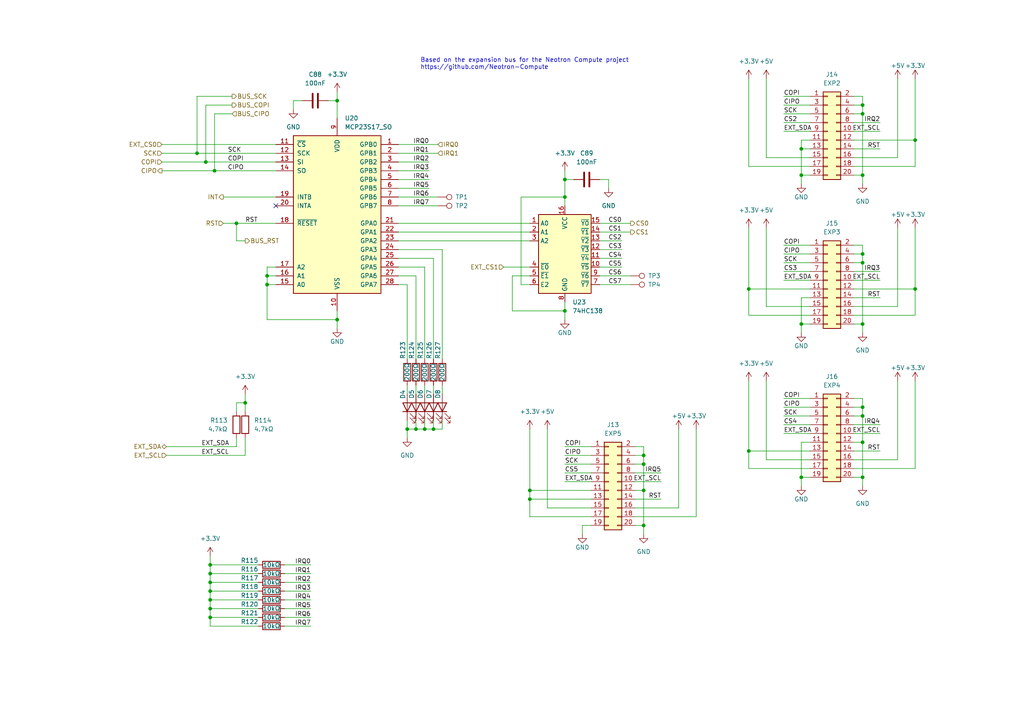
<source format=kicad_sch>
(kicad_sch (version 20230121) (generator eeschema)
  (paper "A4")
  (lib_symbols
    (symbol "74xx:74HC138"
      (property "Reference" "U" (at -7.62 13.97 0))
      (property "Value" "74HC138" (at 2.54 -11.43 0))
      (symbol "74HC138_0_1"
        (rectangle (start -7.62 12.7) (end 7.62 -10.16) (stroke (width 0.254)) (fill (type background)))
      )
      (symbol "74HC138_1_1"
        (pin input line (at -10.16 10.16 0) (length 2.54) (name "A0") (number "1"))
        (pin output line (at 10.16 -2.54 180) (length 2.54) (name "~{Y5}") (number "10"))
        (pin output line (at 10.16 0 180) (length 2.54) (name "~{Y4}") (number "11"))
        (pin output line (at 10.16 2.54 180) (length 2.54) (name "~{Y3}") (number "12"))
        (pin output line (at 10.16 5.08 180) (length 2.54) (name "~{Y2}") (number "13"))
        (pin output line (at 10.16 7.62 180) (length 2.54) (name "~{Y1}") (number "14"))
        (pin output line (at 10.16 10.16 180) (length 2.54) (name "~{Y0}") (number "15"))
        (pin power_in line (at 0 15.24 270) (length 2.54) (name "VCC") (number "16"))
        (pin input line (at -10.16 7.62 0) (length 2.54) (name "A1") (number "2"))
        (pin input line (at -10.16 5.08 0) (length 2.54) (name "A2") (number "3"))
        (pin input line (at -10.16 -2.54 0) (length 2.54) (name "~{E0}") (number "4"))
        (pin input line (at -10.16 -5.08 0) (length 2.54) (name "~{E1}") (number "5"))
        (pin input line (at -10.16 -7.62 0) (length 2.54) (name "E2") (number "6"))
        (pin output line (at 10.16 -7.62 180) (length 2.54) (name "~{Y7}") (number "7"))
        (pin power_in line (at 0 -12.7 90) (length 2.54) (name "GND") (number "8"))
        (pin output line (at 10.16 -5.08 180) (length 2.54) (name "~{Y6}") (number "9"))
      )
    )
    (symbol "Connector:TestPoint" (pin_numbers hide) (pin_names (offset 0.762) hide)
      (property "Reference" "TP" (at 0 6.858 0))
      (property "Value" "TestPoint" (at 0 5.08 0))
      (symbol "TestPoint_0_1"
        (circle (center 0 3.302) (radius 0.762))
      )
      (symbol "TestPoint_1_1"
        (pin passive line (at 0 0 90) (length 2.54) (name "1") (number "1"))
      )
    )
    (symbol "Connector_Generic:Conn_02x10_Odd_Even" (pin_names (offset 1.016) hide)
      (property "Reference" "J" (at 1.27 12.7 0))
      (property "Value" "Conn_02x10_Odd_Even" (at 1.27 -15.24 0))
      (symbol "Conn_02x10_Odd_Even_1_1"
        (rectangle (start -1.27 -12.573) (end 0 -12.827) (stroke (width 0.1524)))
        (rectangle (start -1.27 -10.033) (end 0 -10.287) (stroke (width 0.1524)))
        (rectangle (start -1.27 -7.493) (end 0 -7.747) (stroke (width 0.1524)))
        (rectangle (start -1.27 -4.953) (end 0 -5.207) (stroke (width 0.1524)))
        (rectangle (start -1.27 -2.413) (end 0 -2.667) (stroke (width 0.1524)))
        (rectangle (start -1.27 0.127) (end 0 -0.127) (stroke (width 0.1524)))
        (rectangle (start -1.27 2.667) (end 0 2.413) (stroke (width 0.1524)))
        (rectangle (start -1.27 5.207) (end 0 4.953) (stroke (width 0.1524)))
        (rectangle (start -1.27 7.747) (end 0 7.493) (stroke (width 0.1524)))
        (rectangle (start -1.27 10.287) (end 0 10.033) (stroke (width 0.1524)))
        (rectangle (start -1.27 11.43) (end 3.81 -13.97) (stroke (width 0.254)) (fill (type background)))
        (rectangle (start 3.81 -12.573) (end 2.54 -12.827) (stroke (width 0.1524)))
        (rectangle (start 3.81 -10.033) (end 2.54 -10.287) (stroke (width 0.1524)))
        (rectangle (start 3.81 -7.493) (end 2.54 -7.747) (stroke (width 0.1524)))
        (rectangle (start 3.81 -4.953) (end 2.54 -5.207) (stroke (width 0.1524)))
        (rectangle (start 3.81 -2.413) (end 2.54 -2.667) (stroke (width 0.1524)))
        (rectangle (start 3.81 0.127) (end 2.54 -0.127) (stroke (width 0.1524)))
        (rectangle (start 3.81 2.667) (end 2.54 2.413) (stroke (width 0.1524)))
        (rectangle (start 3.81 5.207) (end 2.54 4.953) (stroke (width 0.1524)))
        (rectangle (start 3.81 7.747) (end 2.54 7.493) (stroke (width 0.1524)))
        (rectangle (start 3.81 10.287) (end 2.54 10.033) (stroke (width 0.1524)))
        (pin passive line (at -5.08 10.16 0) (length 3.81) (name "Pin_1") (number "1"))
        (pin passive line (at 7.62 0 180) (length 3.81) (name "Pin_10") (number "10"))
        (pin passive line (at -5.08 -2.54 0) (length 3.81) (name "Pin_11") (number "11"))
        (pin passive line (at 7.62 -2.54 180) (length 3.81) (name "Pin_12") (number "12"))
        (pin passive line (at -5.08 -5.08 0) (length 3.81) (name "Pin_13") (number "13"))
        (pin passive line (at 7.62 -5.08 180) (length 3.81) (name "Pin_14") (number "14"))
        (pin passive line (at -5.08 -7.62 0) (length 3.81) (name "Pin_15") (number "15"))
        (pin passive line (at 7.62 -7.62 180) (length 3.81) (name "Pin_16") (number "16"))
        (pin passive line (at -5.08 -10.16 0) (length 3.81) (name "Pin_17") (number "17"))
        (pin passive line (at 7.62 -10.16 180) (length 3.81) (name "Pin_18") (number "18"))
        (pin passive line (at -5.08 -12.7 0) (length 3.81) (name "Pin_19") (number "19"))
        (pin passive line (at 7.62 10.16 180) (length 3.81) (name "Pin_2") (number "2"))
        (pin passive line (at 7.62 -12.7 180) (length 3.81) (name "Pin_20") (number "20"))
        (pin passive line (at -5.08 7.62 0) (length 3.81) (name "Pin_3") (number "3"))
        (pin passive line (at 7.62 7.62 180) (length 3.81) (name "Pin_4") (number "4"))
        (pin passive line (at -5.08 5.08 0) (length 3.81) (name "Pin_5") (number "5"))
        (pin passive line (at 7.62 5.08 180) (length 3.81) (name "Pin_6") (number "6"))
        (pin passive line (at -5.08 2.54 0) (length 3.81) (name "Pin_7") (number "7"))
        (pin passive line (at 7.62 2.54 180) (length 3.81) (name "Pin_8") (number "8"))
        (pin passive line (at -5.08 0 0) (length 3.81) (name "Pin_9") (number "9"))
      )
    )
    (symbol "Device:C" (pin_numbers hide) (pin_names (offset 0.254))
      (property "Reference" "C" (at 0.635 2.54 0))
      (property "Value" "C" (at 0.635 -2.54 0))
      (symbol "C_0_1"
        (polyline (pts (xy -2.032 -0.762) (xy 2.032 -0.762)) (stroke (width 0.508)))
        (polyline (pts (xy -2.032 0.762) (xy 2.032 0.762)) (stroke (width 0.508)))
      )
      (symbol "C_1_1"
        (pin passive line (at 0 3.81 270) (length 2.794) (name "~") (number "1"))
        (pin passive line (at 0 -3.81 90) (length 2.794) (name "~") (number "2"))
      )
    )
    (symbol "Device:LED" (pin_numbers hide) (pin_names (offset 1.016) hide)
      (property "Reference" "D" (at 0 2.54 0))
      (property "Value" "LED" (at 0 -2.54 0))
      (symbol "LED_0_1"
        (polyline (pts (xy -1.27 -1.27) (xy -1.27 1.27)) (stroke (width 0.254)))
        (polyline (pts (xy -1.27 0) (xy 1.27 0)))
        (polyline (pts (xy 1.27 -1.27) (xy 1.27 1.27) (xy -1.27 0) (xy 1.27 -1.27)) (stroke (width 0.254)))
        (polyline (pts (xy -3.048 -0.762) (xy -4.572 -2.286) (xy -3.81 -2.286) (xy -4.572 -2.286) (xy -4.572 -1.524)))
        (polyline (pts (xy -1.778 -0.762) (xy -3.302 -2.286) (xy -2.54 -2.286) (xy -3.302 -2.286) (xy -3.302 -1.524)))
      )
      (symbol "LED_1_1"
        (pin passive line (at -3.81 0 0) (length 2.54) (name "K") (number "1"))
        (pin passive line (at 3.81 0 180) (length 2.54) (name "A") (number "2"))
      )
    )
    (symbol "Device:R" (pin_numbers hide) (pin_names (offset 0))
      (property "Reference" "R" (at 2.032 0 90))
      (property "Value" "R" (at 0 0 90))
      (symbol "R_0_1"
        (rectangle (start -1.016 -2.54) (end 1.016 2.54) (stroke (width 0.254)))
      )
      (symbol "R_1_1"
        (pin passive line (at 0 3.81 270) (length 1.27) (name "~") (number "1"))
        (pin passive line (at 0 -3.81 90) (length 1.27) (name "~") (number "2"))
      )
    )
    (symbol "Interface_Expansion:MCP23S17_SO" (pin_names (offset 1.016))
      (property "Reference" "U" (at -11.43 24.13 0))
      (property "Value" "MCP23S17_SO" (at 0 0 0))
      (symbol "MCP23S17_SO_0_1"
        (rectangle (start -12.7 22.86) (end 12.7 -22.86) (stroke (width 0.254)) (fill (type background)))
      )
      (symbol "MCP23S17_SO_1_1"
        (pin bidirectional line (at 17.78 20.32 180) (length 5.08) (name "GPB0") (number "1"))
        (pin power_in line (at 0 -27.94 90) (length 5.08) (name "VSS") (number "10"))
        (pin input line (at -17.78 20.32 0) (length 5.08) (name "~{CS}") (number "11"))
        (pin input line (at -17.78 17.78 0) (length 5.08) (name "SCK") (number "12"))
        (pin input line (at -17.78 15.24 0) (length 5.08) (name "SI") (number "13"))
        (pin output line (at -17.78 12.7 0) (length 5.08) (name "SO") (number "14"))
        (pin input line (at -17.78 -20.32 0) (length 5.08) (name "A0") (number "15"))
        (pin input line (at -17.78 -17.78 0) (length 5.08) (name "A1") (number "16"))
        (pin input line (at -17.78 -15.24 0) (length 5.08) (name "A2") (number "17"))
        (pin input line (at -17.78 -2.54 0) (length 5.08) (name "~{RESET}") (number "18"))
        (pin tri_state line (at -17.78 5.08 0) (length 5.08) (name "INTB") (number "19"))
        (pin bidirectional line (at 17.78 17.78 180) (length 5.08) (name "GPB1") (number "2"))
        (pin tri_state line (at -17.78 2.54 0) (length 5.08) (name "INTA") (number "20"))
        (pin bidirectional line (at 17.78 -2.54 180) (length 5.08) (name "GPA0") (number "21"))
        (pin bidirectional line (at 17.78 -5.08 180) (length 5.08) (name "GPA1") (number "22"))
        (pin bidirectional line (at 17.78 -7.62 180) (length 5.08) (name "GPA2") (number "23"))
        (pin bidirectional line (at 17.78 -10.16 180) (length 5.08) (name "GPA3") (number "24"))
        (pin bidirectional line (at 17.78 -12.7 180) (length 5.08) (name "GPA4") (number "25"))
        (pin bidirectional line (at 17.78 -15.24 180) (length 5.08) (name "GPA5") (number "26"))
        (pin bidirectional line (at 17.78 -17.78 180) (length 5.08) (name "GPA6") (number "27"))
        (pin bidirectional line (at 17.78 -20.32 180) (length 5.08) (name "GPA7") (number "28"))
        (pin bidirectional line (at 17.78 15.24 180) (length 5.08) (name "GPB2") (number "3"))
        (pin bidirectional line (at 17.78 12.7 180) (length 5.08) (name "GPB3") (number "4"))
        (pin bidirectional line (at 17.78 10.16 180) (length 5.08) (name "GPB4") (number "5"))
        (pin bidirectional line (at 17.78 7.62 180) (length 5.08) (name "GPB5") (number "6"))
        (pin bidirectional line (at 17.78 5.08 180) (length 5.08) (name "GPB6") (number "7"))
        (pin bidirectional line (at 17.78 2.54 180) (length 5.08) (name "GPB7") (number "8"))
        (pin power_in line (at 0 27.94 270) (length 5.08) (name "VDD") (number "9"))
      )
    )
    (symbol "power:+3.3V" (power) (pin_names (offset 0))
      (property "Value" "+3.3V" (at 0 3.556 0))
      (symbol "+3.3V_0_1"
        (polyline (pts (xy -0.762 1.27) (xy 0 2.54)))
        (polyline (pts (xy 0 0) (xy 0 2.54)))
        (polyline (pts (xy 0 2.54) (xy 0.762 1.27)))
      )
      (symbol "+3.3V_1_1"
        (pin power_in line (at 0 0 90) (length 0) hide (name "+3.3V") (number "1"))
      )
    )
    (symbol "power:+5V" (power) (pin_names (offset 0))
      (property "Value" "+5V" (at 0 3.556 0))
      (symbol "+5V_0_1"
        (polyline (pts (xy -0.762 1.27) (xy 0 2.54)))
        (polyline (pts (xy 0 0) (xy 0 2.54)))
        (polyline (pts (xy 0 2.54) (xy 0.762 1.27)))
      )
      (symbol "+5V_1_1"
        (pin power_in line (at 0 0 90) (length 0) hide (name "+5V") (number "1"))
      )
    )
    (symbol "power:GND" (power) (pin_names (offset 0))
      (property "Value" "GND" (at 0 -3.81 0))
      (symbol "GND_0_1"
        (polyline (pts (xy 0 0) (xy 0 -1.27) (xy 1.27 -1.27) (xy 0 -2.54) (xy -1.27 -1.27) (xy 0 -1.27)))
      )
      (symbol "GND_1_1"
        (pin power_in line (at 0 0 270) (length 0) hide (name "GND") (number "1"))
      )
    )
  )
  (junction (at 163.83 52.07))
  (junction (at 71.12 116.84))
  (junction (at 250.19 128.27))
  (junction (at 77.47 80.01))
  (junction (at 163.83 90.17))
  (junction (at 250.19 30.48))
  (junction (at 60.96 179.07))
  (junction (at 57.15 44.45))
  (junction (at 232.41 93.98))
  (junction (at 60.96 168.91))
  (junction (at 118.11 124.46))
  (junction (at 123.19 124.46))
  (junction (at 232.41 138.43))
  (junction (at 186.69 152.4))
  (junction (at 250.19 73.66))
  (junction (at 232.41 50.8))
  (junction (at 250.19 76.2))
  (junction (at 120.65 124.46))
  (junction (at 163.83 57.15))
  (junction (at 60.96 166.37))
  (junction (at 265.43 83.82))
  (junction (at 232.41 43.18))
  (junction (at 62.23 49.53))
  (junction (at 60.96 176.53))
  (junction (at 250.19 120.65))
  (junction (at 217.17 130.81))
  (junction (at 186.69 132.08))
  (junction (at 153.67 144.78))
  (junction (at 250.19 93.98))
  (junction (at 250.19 50.8))
  (junction (at 153.67 142.24))
  (junction (at 217.17 83.82))
  (junction (at 125.73 124.46))
  (junction (at 97.79 29.21))
  (junction (at 265.43 40.64))
  (junction (at 68.58 64.77))
  (junction (at 186.69 134.62))
  (junction (at 60.96 173.99))
  (junction (at 250.19 118.11))
  (junction (at 250.19 33.02))
  (junction (at 59.69 46.99))
  (junction (at 97.79 92.71))
  (junction (at 250.19 138.43))
  (junction (at 60.96 163.83))
  (junction (at 77.47 82.55))
  (junction (at 60.96 171.45))
  (junction (at 186.69 142.24))
  (no_connect (at 80.01 59.69))
  (wire (pts (xy 250.19 71.12) (xy 250.19 73.66)))
  (wire (pts (xy 247.65 128.27) (xy 250.19 128.27)))
  (wire (pts (xy 247.65 123.19) (xy 255.27 123.19)))
  (wire (pts (xy 247.65 73.66) (xy 250.19 73.66)))
  (wire (pts (xy 247.65 130.81) (xy 255.27 130.81)))
  (wire (pts (xy 115.57 52.07) (xy 124.46 52.07)))
  (wire (pts (xy 250.19 50.8) (xy 250.19 53.34)))
  (wire (pts (xy 115.57 67.31) (xy 153.67 67.31)))
  (wire (pts (xy 227.33 81.28) (xy 234.95 81.28)))
  (wire (pts (xy 265.43 66.04) (xy 265.43 83.82)))
  (wire (pts (xy 118.11 82.55) (xy 118.11 104.14)))
  (wire (pts (xy 260.35 22.86) (xy 260.35 45.72)))
  (wire (pts (xy 59.69 46.99) (xy 80.01 46.99)))
  (wire (pts (xy 115.57 74.93) (xy 125.73 74.93)))
  (wire (pts (xy 247.65 118.11) (xy 250.19 118.11)))
  (wire (pts (xy 97.79 92.71) (xy 97.79 95.25)))
  (wire (pts (xy 97.79 26.67) (xy 97.79 29.21)))
  (wire (pts (xy 184.15 147.32) (xy 196.85 147.32)))
  (wire (pts (xy 74.93 181.61) (xy 60.96 181.61)))
  (wire (pts (xy 163.83 52.07) (xy 166.37 52.07)))
  (wire (pts (xy 217.17 83.82) (xy 217.17 91.44)))
  (wire (pts (xy 48.26 129.54) (xy 68.58 129.54)))
  (wire (pts (xy 153.67 82.55) (xy 151.13 82.55)))
  (wire (pts (xy 125.73 121.92) (xy 125.73 124.46)))
  (wire (pts (xy 265.43 40.64) (xy 265.43 48.26)))
  (wire (pts (xy 250.19 73.66) (xy 250.19 76.2)))
  (wire (pts (xy 250.19 118.11) (xy 250.19 120.65)))
  (wire (pts (xy 57.15 27.94) (xy 57.15 44.45)))
  (wire (pts (xy 97.79 92.71) (xy 97.79 90.17)))
  (wire (pts (xy 68.58 64.77) (xy 80.01 64.77)))
  (wire (pts (xy 247.65 86.36) (xy 255.27 86.36)))
  (wire (pts (xy 217.17 91.44) (xy 234.95 91.44)))
  (wire (pts (xy 151.13 57.15) (xy 163.83 57.15)))
  (wire (pts (xy 115.57 64.77) (xy 153.67 64.77)))
  (wire (pts (xy 118.11 121.92) (xy 118.11 124.46)))
  (wire (pts (xy 71.12 69.85) (xy 68.58 69.85)))
  (wire (pts (xy 250.19 27.94) (xy 250.19 30.48)))
  (wire (pts (xy 60.96 168.91) (xy 74.93 168.91)))
  (wire (pts (xy 163.83 134.62) (xy 171.45 134.62)))
  (wire (pts (xy 118.11 111.76) (xy 118.11 114.3)))
  (wire (pts (xy 158.75 124.46) (xy 158.75 147.32)))
  (wire (pts (xy 82.55 171.45) (xy 90.17 171.45)))
  (wire (pts (xy 60.96 173.99) (xy 60.96 171.45)))
  (wire (pts (xy 123.19 124.46) (xy 125.73 124.46)))
  (wire (pts (xy 153.67 142.24) (xy 153.67 144.78)))
  (wire (pts (xy 120.65 121.92) (xy 120.65 124.46)))
  (wire (pts (xy 64.77 64.77) (xy 68.58 64.77)))
  (wire (pts (xy 217.17 130.81) (xy 234.95 130.81)))
  (wire (pts (xy 227.33 125.73) (xy 234.95 125.73)))
  (wire (pts (xy 171.45 147.32) (xy 158.75 147.32)))
  (wire (pts (xy 247.65 125.73) (xy 255.27 125.73)))
  (wire (pts (xy 163.83 90.17) (xy 163.83 92.71)))
  (wire (pts (xy 163.83 90.17) (xy 148.59 90.17)))
  (wire (pts (xy 227.33 27.94) (xy 234.95 27.94)))
  (wire (pts (xy 77.47 80.01) (xy 77.47 82.55)))
  (wire (pts (xy 60.96 176.53) (xy 74.93 176.53)))
  (wire (pts (xy 227.33 120.65) (xy 234.95 120.65)))
  (wire (pts (xy 115.57 69.85) (xy 153.67 69.85)))
  (wire (pts (xy 148.59 90.17) (xy 148.59 80.01)))
  (wire (pts (xy 67.31 30.48) (xy 59.69 30.48)))
  (wire (pts (xy 250.19 93.98) (xy 247.65 93.98)))
  (wire (pts (xy 82.55 173.99) (xy 90.17 173.99)))
  (wire (pts (xy 247.65 45.72) (xy 260.35 45.72)))
  (wire (pts (xy 95.25 29.21) (xy 97.79 29.21)))
  (wire (pts (xy 232.41 93.98) (xy 232.41 96.52)))
  (wire (pts (xy 186.69 134.62) (xy 186.69 142.24)))
  (wire (pts (xy 71.12 114.3) (xy 71.12 116.84)))
  (wire (pts (xy 123.19 121.92) (xy 123.19 124.46)))
  (wire (pts (xy 217.17 130.81) (xy 217.17 135.89)))
  (wire (pts (xy 247.65 33.02) (xy 250.19 33.02)))
  (wire (pts (xy 173.99 77.47) (xy 180.34 77.47)))
  (wire (pts (xy 250.19 138.43) (xy 250.19 140.97)))
  (wire (pts (xy 82.55 168.91) (xy 90.17 168.91)))
  (wire (pts (xy 227.33 38.1) (xy 234.95 38.1)))
  (wire (pts (xy 115.57 77.47) (xy 123.19 77.47)))
  (wire (pts (xy 217.17 48.26) (xy 234.95 48.26)))
  (wire (pts (xy 163.83 139.7) (xy 171.45 139.7)))
  (wire (pts (xy 247.65 27.94) (xy 250.19 27.94)))
  (wire (pts (xy 186.69 132.08) (xy 186.69 134.62)))
  (wire (pts (xy 250.19 50.8) (xy 247.65 50.8)))
  (wire (pts (xy 176.53 52.07) (xy 176.53 54.61)))
  (wire (pts (xy 173.99 72.39) (xy 180.34 72.39)))
  (wire (pts (xy 59.69 30.48) (xy 59.69 46.99)))
  (wire (pts (xy 232.41 50.8) (xy 232.41 53.34)))
  (wire (pts (xy 265.43 110.49) (xy 265.43 135.89)))
  (wire (pts (xy 232.41 138.43) (xy 232.41 140.97)))
  (wire (pts (xy 82.55 181.61) (xy 90.17 181.61)))
  (wire (pts (xy 217.17 66.04) (xy 217.17 83.82)))
  (wire (pts (xy 184.15 139.7) (xy 191.77 139.7)))
  (wire (pts (xy 184.15 149.86) (xy 201.93 149.86)))
  (wire (pts (xy 247.65 115.57) (xy 250.19 115.57)))
  (wire (pts (xy 247.65 35.56) (xy 255.27 35.56)))
  (wire (pts (xy 60.96 161.29) (xy 60.96 163.83)))
  (wire (pts (xy 120.65 124.46) (xy 123.19 124.46)))
  (wire (pts (xy 227.33 71.12) (xy 234.95 71.12)))
  (wire (pts (xy 62.23 49.53) (xy 80.01 49.53)))
  (wire (pts (xy 247.65 135.89) (xy 265.43 135.89)))
  (wire (pts (xy 227.33 78.74) (xy 234.95 78.74)))
  (wire (pts (xy 115.57 46.99) (xy 124.46 46.99)))
  (wire (pts (xy 247.65 83.82) (xy 265.43 83.82)))
  (wire (pts (xy 227.33 35.56) (xy 234.95 35.56)))
  (wire (pts (xy 60.96 171.45) (xy 60.96 168.91)))
  (wire (pts (xy 125.73 124.46) (xy 128.27 124.46)))
  (wire (pts (xy 250.19 128.27) (xy 250.19 138.43)))
  (wire (pts (xy 153.67 142.24) (xy 171.45 142.24)))
  (wire (pts (xy 62.23 33.02) (xy 62.23 49.53)))
  (wire (pts (xy 222.25 66.04) (xy 222.25 88.9)))
  (wire (pts (xy 260.35 110.49) (xy 260.35 133.35)))
  (wire (pts (xy 234.95 40.64) (xy 232.41 40.64)))
  (wire (pts (xy 265.43 22.86) (xy 265.43 40.64)))
  (wire (pts (xy 46.99 44.45) (xy 57.15 44.45)))
  (wire (pts (xy 227.33 30.48) (xy 234.95 30.48)))
  (wire (pts (xy 77.47 80.01) (xy 80.01 80.01)))
  (wire (pts (xy 60.96 173.99) (xy 74.93 173.99)))
  (wire (pts (xy 227.33 118.11) (xy 234.95 118.11)))
  (wire (pts (xy 153.67 144.78) (xy 153.67 149.86)))
  (wire (pts (xy 115.57 49.53) (xy 124.46 49.53)))
  (wire (pts (xy 234.95 88.9) (xy 222.25 88.9)))
  (wire (pts (xy 60.96 166.37) (xy 60.96 163.83)))
  (wire (pts (xy 265.43 83.82) (xy 265.43 91.44)))
  (wire (pts (xy 71.12 116.84) (xy 71.12 119.38)))
  (wire (pts (xy 82.55 166.37) (xy 90.17 166.37)))
  (wire (pts (xy 173.99 74.93) (xy 180.34 74.93)))
  (wire (pts (xy 173.99 69.85) (xy 180.34 69.85)))
  (wire (pts (xy 184.15 129.54) (xy 186.69 129.54)))
  (wire (pts (xy 60.96 171.45) (xy 74.93 171.45)))
  (wire (pts (xy 60.96 181.61) (xy 60.96 179.07)))
  (wire (pts (xy 77.47 82.55) (xy 77.47 92.71)))
  (wire (pts (xy 250.19 93.98) (xy 250.19 96.52)))
  (wire (pts (xy 247.65 91.44) (xy 265.43 91.44)))
  (wire (pts (xy 232.41 43.18) (xy 232.41 50.8)))
  (wire (pts (xy 217.17 22.86) (xy 217.17 48.26)))
  (wire (pts (xy 168.91 152.4) (xy 168.91 154.94)))
  (wire (pts (xy 77.47 77.47) (xy 77.47 80.01)))
  (wire (pts (xy 60.96 179.07) (xy 60.96 176.53)))
  (wire (pts (xy 217.17 135.89) (xy 234.95 135.89)))
  (wire (pts (xy 184.15 142.24) (xy 186.69 142.24)))
  (wire (pts (xy 115.57 57.15) (xy 127 57.15)))
  (wire (pts (xy 115.57 44.45) (xy 127 44.45)))
  (wire (pts (xy 163.83 87.63) (xy 163.83 90.17)))
  (wire (pts (xy 227.33 33.02) (xy 234.95 33.02)))
  (wire (pts (xy 186.69 152.4) (xy 184.15 152.4)))
  (wire (pts (xy 163.83 57.15) (xy 163.83 52.07)))
  (wire (pts (xy 153.67 149.86) (xy 171.45 149.86)))
  (wire (pts (xy 57.15 44.45) (xy 80.01 44.45)))
  (wire (pts (xy 46.99 41.91) (xy 80.01 41.91)))
  (wire (pts (xy 247.65 43.18) (xy 255.27 43.18)))
  (wire (pts (xy 82.55 163.83) (xy 90.17 163.83)))
  (wire (pts (xy 67.31 33.02) (xy 62.23 33.02)))
  (wire (pts (xy 151.13 82.55) (xy 151.13 57.15)))
  (wire (pts (xy 118.11 124.46) (xy 118.11 127)))
  (wire (pts (xy 232.41 40.64) (xy 232.41 43.18)))
  (wire (pts (xy 227.33 115.57) (xy 234.95 115.57)))
  (wire (pts (xy 60.96 168.91) (xy 60.96 166.37)))
  (wire (pts (xy 77.47 92.71) (xy 97.79 92.71)))
  (wire (pts (xy 64.77 57.15) (xy 80.01 57.15)))
  (wire (pts (xy 247.65 76.2) (xy 250.19 76.2)))
  (wire (pts (xy 87.63 29.21) (xy 85.09 29.21)))
  (wire (pts (xy 123.19 77.47) (xy 123.19 104.14)))
  (wire (pts (xy 153.67 144.78) (xy 171.45 144.78)))
  (wire (pts (xy 247.65 133.35) (xy 260.35 133.35)))
  (wire (pts (xy 227.33 73.66) (xy 234.95 73.66)))
  (wire (pts (xy 234.95 138.43) (xy 232.41 138.43)))
  (wire (pts (xy 227.33 76.2) (xy 234.95 76.2)))
  (wire (pts (xy 118.11 124.46) (xy 120.65 124.46)))
  (wire (pts (xy 115.57 72.39) (xy 128.27 72.39)))
  (wire (pts (xy 115.57 41.91) (xy 127 41.91)))
  (wire (pts (xy 247.65 120.65) (xy 250.19 120.65)))
  (wire (pts (xy 201.93 124.46) (xy 201.93 149.86)))
  (wire (pts (xy 97.79 34.29) (xy 97.79 29.21)))
  (wire (pts (xy 46.99 46.99) (xy 59.69 46.99)))
  (wire (pts (xy 115.57 59.69) (xy 127 59.69)))
  (wire (pts (xy 128.27 124.46) (xy 128.27 121.92)))
  (wire (pts (xy 46.99 49.53) (xy 62.23 49.53)))
  (wire (pts (xy 163.83 132.08) (xy 171.45 132.08)))
  (wire (pts (xy 77.47 82.55) (xy 80.01 82.55)))
  (wire (pts (xy 128.27 72.39) (xy 128.27 104.14)))
  (wire (pts (xy 234.95 86.36) (xy 232.41 86.36)))
  (wire (pts (xy 234.95 43.18) (xy 232.41 43.18)))
  (wire (pts (xy 125.73 74.93) (xy 125.73 104.14)))
  (wire (pts (xy 186.69 142.24) (xy 186.69 152.4)))
  (wire (pts (xy 232.41 128.27) (xy 234.95 128.27)))
  (wire (pts (xy 125.73 111.76) (xy 125.73 114.3)))
  (wire (pts (xy 234.95 93.98) (xy 232.41 93.98)))
  (wire (pts (xy 146.05 77.47) (xy 153.67 77.47)))
  (wire (pts (xy 247.65 48.26) (xy 265.43 48.26)))
  (wire (pts (xy 60.96 176.53) (xy 60.96 173.99)))
  (wire (pts (xy 163.83 57.15) (xy 163.83 59.69)))
  (wire (pts (xy 234.95 133.35) (xy 222.25 133.35)))
  (wire (pts (xy 80.01 77.47) (xy 77.47 77.47)))
  (wire (pts (xy 222.25 22.86) (xy 222.25 45.72)))
  (wire (pts (xy 163.83 49.53) (xy 163.83 52.07)))
  (wire (pts (xy 120.65 80.01) (xy 120.65 104.14)))
  (wire (pts (xy 82.55 176.53) (xy 90.17 176.53)))
  (wire (pts (xy 163.83 129.54) (xy 171.45 129.54)))
  (wire (pts (xy 82.55 179.07) (xy 90.17 179.07)))
  (wire (pts (xy 247.65 71.12) (xy 250.19 71.12)))
  (wire (pts (xy 250.19 115.57) (xy 250.19 118.11)))
  (wire (pts (xy 186.69 152.4) (xy 186.69 154.94)))
  (wire (pts (xy 184.15 134.62) (xy 186.69 134.62)))
  (wire (pts (xy 232.41 86.36) (xy 232.41 93.98)))
  (wire (pts (xy 60.96 179.07) (xy 74.93 179.07)))
  (wire (pts (xy 148.59 80.01) (xy 153.67 80.01)))
  (wire (pts (xy 217.17 110.49) (xy 217.17 130.81)))
  (wire (pts (xy 128.27 111.76) (xy 128.27 114.3)))
  (wire (pts (xy 247.65 81.28) (xy 255.27 81.28)))
  (wire (pts (xy 163.83 137.16) (xy 171.45 137.16)))
  (wire (pts (xy 250.19 138.43) (xy 247.65 138.43)))
  (wire (pts (xy 247.65 78.74) (xy 255.27 78.74)))
  (wire (pts (xy 217.17 83.82) (xy 234.95 83.82)))
  (wire (pts (xy 173.99 52.07) (xy 176.53 52.07)))
  (wire (pts (xy 250.19 30.48) (xy 250.19 33.02)))
  (wire (pts (xy 250.19 33.02) (xy 250.19 50.8)))
  (wire (pts (xy 171.45 152.4) (xy 168.91 152.4)))
  (wire (pts (xy 85.09 29.21) (xy 85.09 31.75)))
  (wire (pts (xy 222.25 110.49) (xy 222.25 133.35)))
  (wire (pts (xy 173.99 80.01) (xy 182.88 80.01)))
  (wire (pts (xy 173.99 82.55) (xy 182.88 82.55)))
  (wire (pts (xy 247.65 30.48) (xy 250.19 30.48)))
  (wire (pts (xy 260.35 66.04) (xy 260.35 88.9)))
  (wire (pts (xy 247.65 38.1) (xy 255.27 38.1)))
  (wire (pts (xy 232.41 128.27) (xy 232.41 138.43)))
  (wire (pts (xy 68.58 116.84) (xy 71.12 116.84)))
  (wire (pts (xy 227.33 123.19) (xy 234.95 123.19)))
  (wire (pts (xy 173.99 67.31) (xy 182.88 67.31)))
  (wire (pts (xy 67.31 27.94) (xy 57.15 27.94)))
  (wire (pts (xy 247.65 40.64) (xy 265.43 40.64)))
  (wire (pts (xy 120.65 111.76) (xy 120.65 114.3)))
  (wire (pts (xy 196.85 124.46) (xy 196.85 147.32)))
  (wire (pts (xy 123.19 111.76) (xy 123.19 114.3)))
  (wire (pts (xy 115.57 54.61) (xy 124.46 54.61)))
  (wire (pts (xy 184.15 132.08) (xy 186.69 132.08)))
  (wire (pts (xy 186.69 129.54) (xy 186.69 132.08)))
  (wire (pts (xy 184.15 144.78) (xy 191.77 144.78)))
  (wire (pts (xy 115.57 82.55) (xy 118.11 82.55)))
  (wire (pts (xy 60.96 163.83) (xy 74.93 163.83)))
  (wire (pts (xy 68.58 127) (xy 68.58 129.54)))
  (wire (pts (xy 184.15 137.16) (xy 191.77 137.16)))
  (wire (pts (xy 234.95 45.72) (xy 222.25 45.72)))
  (wire (pts (xy 68.58 69.85) (xy 68.58 64.77)))
  (wire (pts (xy 48.26 132.08) (xy 71.12 132.08)))
  (wire (pts (xy 71.12 127) (xy 71.12 132.08)))
  (wire (pts (xy 250.19 120.65) (xy 250.19 128.27)))
  (wire (pts (xy 247.65 88.9) (xy 260.35 88.9)))
  (wire (pts (xy 60.96 166.37) (xy 74.93 166.37)))
  (wire (pts (xy 234.95 50.8) (xy 232.41 50.8)))
  (wire (pts (xy 115.57 80.01) (xy 120.65 80.01)))
  (wire (pts (xy 68.58 119.38) (xy 68.58 116.84)))
  (wire (pts (xy 153.67 124.46) (xy 153.67 142.24)))
  (wire (pts (xy 250.19 76.2) (xy 250.19 93.98)))
  (wire (pts (xy 173.99 64.77) (xy 182.88 64.77)))
  (text "Based on the expansion bus for the Neotron Compute project\nhttps://github.com/Neotron-Compute" (at 121.92 20.32 0) (effects (font (size 1.27 1.27)) (justify left bottom)))
  (label "SCK" (at 66.04 44.45 0))
  (label "EXT_SDA" (at 227.33 81.28 0))
  (label "COPI" (at 66.04 46.99 0))
  (label "EXT_SDA" (at 227.33 125.73 0))
  (label "IRQ5" (at 191.77 137.16 180))
  (label "IRQ4" (at 255.27 123.19 180))
  (label "IRQ6" (at 90.17 179.07 180))
  (label "IRQ4" (at 90.17 173.99 180))
  (label "CS1" (at 180.34 67.31 180))
  (label "CIPO" (at 66.04 49.53 0))
  (label "IRQ2" (at 90.17 168.91 180))
  (label "CS0" (at 180.34 64.77 180))
  (label "IRQ6" (at 124.46 57.15 180))
  (label "IRQ2" (at 255.27 35.56 180))
  (label "EXT_SDA" (at 58.42 129.54 0))
  (label "EXT_SCL" (at 58.42 132.08 0))
  (label "CS3" (at 227.33 78.74 0))
  (label "EXT_SDA" (at 227.33 38.1 0))
  (label "RST" (at 71.12 64.77 0))
  (label "CS5" (at 163.83 137.16 0))
  (label "IRQ2" (at 124.46 46.99 180))
  (label "SCK" (at 227.33 76.2 0))
  (label "IRQ5" (at 124.46 54.61 180))
  (label "RST" (at 255.27 130.81 180))
  (label "CS5" (at 180.34 77.47 180))
  (label "EXT_SCL" (at 255.27 38.1 180))
  (label "IRQ4" (at 124.46 52.07 180))
  (label "EXT_SCL" (at 191.77 139.7 180))
  (label "CIPO" (at 227.33 118.11 0))
  (label "CS4" (at 227.33 123.19 0))
  (label "EXT_SDA" (at 163.83 139.7 0))
  (label "CS3" (at 180.34 72.39 180))
  (label "IRQ3" (at 90.17 171.45 180))
  (label "CS6" (at 180.34 80.01 180))
  (label "CIPO" (at 227.33 30.48 0))
  (label "IRQ3" (at 124.46 49.53 180))
  (label "IRQ7" (at 90.17 181.61 180))
  (label "SCK" (at 227.33 120.65 0))
  (label "IRQ5" (at 90.17 176.53 180))
  (label "CS7" (at 180.34 82.55 180))
  (label "COPI" (at 227.33 27.94 0))
  (label "CIPO" (at 163.83 132.08 0))
  (label "IRQ7" (at 124.46 59.69 180))
  (label "IRQ1" (at 90.17 166.37 180))
  (label "COPI" (at 227.33 115.57 0))
  (label "IRQ1" (at 124.46 44.45 180))
  (label "CS2" (at 180.34 69.85 180))
  (label "RST" (at 255.27 86.36 180))
  (label "IRQ3" (at 255.27 78.74 180))
  (label "RST" (at 255.27 43.18 180))
  (label "IRQ0" (at 124.46 41.91 180))
  (label "IRQ0" (at 90.17 163.83 180))
  (label "CS2" (at 227.33 35.56 0))
  (label "COPI" (at 227.33 71.12 0))
  (label "CS4" (at 180.34 74.93 180))
  (label "EXT_SCL" (at 255.27 125.73 180))
  (label "SCK" (at 227.33 33.02 0))
  (label "COPI" (at 163.83 129.54 0))
  (label "EXT_SCL" (at 255.27 81.28 180))
  (label "RST" (at 191.77 144.78 180))
  (label "CIPO" (at 227.33 73.66 0))
  (label "SCK" (at 163.83 134.62 0))
  (hierarchical_label "RST" (shape input) (at 64.77 64.77 180))
  (hierarchical_label "EXT_SDA" (shape bidirectional) (at 48.26 129.54 180))
  (hierarchical_label "BUS_RST" (shape output) (at 71.12 69.85 0))
  (hierarchical_label "IRQ1" (shape input) (at 127 44.45 0))
  (hierarchical_label "COPI" (shape input) (at 46.99 46.99 180))
  (hierarchical_label "INT" (shape output) (at 64.77 57.15 180))
  (hierarchical_label "IRQ0" (shape input) (at 127 41.91 0))
  (hierarchical_label "CIPO" (shape output) (at 46.99 49.53 180))
  (hierarchical_label "BUS_SCK" (shape output) (at 67.31 27.94 0))
  (hierarchical_label "SCK" (shape input) (at 46.99 44.45 180))
  (hierarchical_label "CS1" (shape output) (at 182.88 67.31 0))
  (hierarchical_label "EXT_CS0" (shape input) (at 46.99 41.91 180))
  (hierarchical_label "BUS_CIPO" (shape input) (at 67.31 33.02 0))
  (hierarchical_label "CS0" (shape output) (at 182.88 64.77 0))
  (hierarchical_label "EXT_SCL" (shape input) (at 48.26 132.08 180))
  (hierarchical_label "BUS_COPI" (shape output) (at 67.31 30.48 0))
  (hierarchical_label "EXT_CS1" (shape input) (at 146.05 77.47 180))
  (symbol (lib_id "power:GND") (at 163.83 92.71 0) (unit 1)
    (property "Reference" "#PWR0172" (effects hide))
    (property "Value" "GND" (at 163.83 96.52 0))
  )
  (symbol (lib_id "power:+3.3V") (at 201.93 124.46 0) (unit 1)
    (property "Reference" "#PWR0177" (effects hide))
    (property "Value" "+3.3V" (at 201.93 120.65 0))
  )
  (symbol (lib_id "Device:R") (at 123.19 107.95 0) (unit 1)
    (property "Reference" "R125" (at 121.92 101.6 90))
    (property "Value" "200Ω" (at 123.19 107.95 90))
    (property "Footprint" "Resistor_SMD:R_0603_1608Metric_Pad0.98x0.95mm_HandSolder" (effects hide))
  )
  (symbol (lib_id "power:+3.3V") (at 71.12 114.3 0) (unit 1)
    (property "Reference" "#PWR0164" (effects hide))
    (property "Value" "+3.3V" (at 71.12 109.22 0))
  )
  (symbol (lib_id "Device:R") (at 78.74 173.99 90) (unit 1)
    (property "Reference" "R119" (at 72.39 172.72 90))
    (property "Value" "10kΩ" (at 78.74 173.99 90))
    (property "Footprint" "Resistor_SMD:R_0603_1608Metric_Pad0.98x0.95mm_HandSolder" (effects hide))
  )
  (symbol (lib_id "power:+5V") (at 260.35 66.04 0) (unit 1)
    (property "Reference" "#PWR0191" (effects hide))
    (property "Value" "+5V" (at 260.35 62.23 0))
  )
  (symbol (lib_id "Connector_Generic:Conn_02x10_Odd_Even") (at 240.03 125.73 0) (unit 1)
    (property "Reference" "J16" (at 241.3 109.22 0))
    (property "Value" "EXP4" (at 241.3 111.76 0))
    (property "Footprint" "extras:TE_5-5530843-0" (effects hide))
  )
  (symbol (lib_id "Connector:TestPoint") (at 182.88 80.01 270) (unit 1)
    (property "Reference" "TP3" (at 187.96 80.01 90) (effects (justify left)))
    (property "Value" "CS6" (effects hide))
    (property "Footprint" "Connector_PinHeader_2.54mm:PinHeader_1x01_P2.54mm_Vertical" (effects hide))
  )
  (symbol (lib_id "Device:R") (at 118.11 107.95 0) (unit 1)
    (property "Reference" "R123" (at 116.84 104.14 90) (effects (justify left)))
    (property "Value" "200Ω" (at 118.11 110.49 90) (effects (justify left)))
    (property "Footprint" "Resistor_SMD:R_0603_1608Metric_Pad0.98x0.95mm_HandSolder" (effects hide))
  )
  (symbol (lib_id "Device:LED") (at 128.27 118.11 90) (unit 1)
    (property "Reference" "D8" (at 127 114.3 0))
    (property "Value" "LED" (effects hide))
    (property "Footprint" "Diode_SMD:D_0603_1608Metric" (effects hide))
  )
  (symbol (lib_id "Device:C") (at 170.18 52.07 90) (unit 1)
    (property "Reference" "C89" (at 170.18 44.45 90))
    (property "Value" "100nF" (at 170.18 46.99 90))
    (property "Footprint" "Capacitor_SMD:C_0603_1608Metric_Pad1.08x0.95mm_HandSolder" (effects hide))
    (property "Part number" "Generic 0603 X7R  50V 10%" (effects hide))
  )
  (symbol (lib_id "Interface_Expansion:MCP23S17_SO") (at 97.79 62.23 0) (unit 1)
    (property "Reference" "U20" (at 99.9841 34.29 0) (effects (justify left)))
    (property "Value" "MCP23S17_SO" (at 99.9841 36.83 0) (effects (justify left)))
    (property "Footprint" "Package_SO:SOIC-28W_7.5x17.9mm_P1.27mm" (effects hide))
    (property "Datasheet" "http://ww1.microchip.com/downloads/en/DeviceDoc/20001952C.pdf" (effects hide))
    (instances (project "d1000" (path "" (reference "U20") (unit 1)) (path "" (reference "U22") (unit 1))))
  )
  (symbol (lib_id "Device:LED") (at 123.19 118.11 90) (unit 1)
    (property "Reference" "D6" (at 121.92 114.3 0))
    (property "Value" "LED" (effects hide))
    (property "Footprint" "Diode_SMD:D_0603_1608Metric" (effects hide))
  )
  (symbol (lib_id "power:+5V") (at 222.25 110.49 0) (unit 1)
    (property "Reference" "#PWR0183" (effects hide))
    (property "Value" "+5V" (at 222.25 105.41 0))
  )
  (symbol (lib_id "power:+3.3V") (at 217.17 22.86 0) (unit 1)
    (property "Reference" "#PWR0178" (effects hide))
    (property "Value" "+3.3V" (at 217.17 17.78 0))
  )
  (symbol (lib_id "Connector:TestPoint") (at 127 57.15 270) (unit 1)
    (property "Reference" "TP1" (at 132.08 57.15 90) (effects (justify left)))
    (property "Value" "IRQ6" (effects hide))
    (property "Footprint" "Connector_PinHeader_2.54mm:PinHeader_1x01_P2.54mm_Vertical" (effects hide))
  )
  (symbol (lib_id "Device:R") (at 78.74 166.37 90) (unit 1)
    (property "Reference" "R116" (at 72.39 165.1 90))
    (property "Value" "10kΩ" (at 78.74 166.37 90))
    (property "Footprint" "Resistor_SMD:R_0603_1608Metric_Pad0.98x0.95mm_HandSolder" (effects hide))
  )
  (symbol (lib_id "Device:LED") (at 125.73 118.11 90) (unit 1)
    (property "Reference" "D7" (at 124.46 114.3 0))
    (property "Value" "LED" (effects hide))
    (property "Footprint" "Diode_SMD:D_0603_1608Metric" (effects hide))
  )
  (symbol (lib_id "Connector:TestPoint") (at 182.88 82.55 270) (unit 1)
    (property "Reference" "TP4" (at 187.96 82.55 90) (effects (justify left)))
    (property "Value" "CS7" (effects hide))
    (property "Footprint" "Connector_PinHeader_2.54mm:PinHeader_1x01_P2.54mm_Vertical" (effects hide))
  )
  (symbol (lib_id "power:GND") (at 85.09 31.75 0) (unit 1)
    (property "Reference" "#PWR0165" (effects hide))
    (property "Value" "GND" (at 85.09 36.83 0))
  )
  (symbol (lib_id "power:GND") (at 186.69 154.94 0) (unit 1)
    (property "Reference" "#PWR0175" (effects hide))
    (property "Value" "GND" (at 186.69 160.02 0))
  )
  (symbol (lib_id "Device:R") (at 78.74 168.91 90) (unit 1)
    (property "Reference" "R117" (at 72.39 167.64 90))
    (property "Value" "10kΩ" (at 78.74 168.91 90))
    (property "Footprint" "Resistor_SMD:R_0603_1608Metric_Pad0.98x0.95mm_HandSolder" (effects hide))
  )
  (symbol (lib_id "Device:R") (at 71.12 123.19 0) (unit 1)
    (property "Reference" "R114" (at 73.66 121.92 0) (effects (justify left)))
    (property "Value" "4.7kΩ" (at 73.66 124.46 0) (effects (justify left)))
    (property "Footprint" "Resistor_SMD:R_0603_1608Metric_Pad0.98x0.95mm_HandSolder" (effects hide))
  )
  (symbol (lib_id "power:GND") (at 97.79 95.25 0) (unit 1)
    (property "Reference" "#PWR0167" (effects hide))
    (property "Value" "GND" (at 97.79 99.06 0))
  )
  (symbol (lib_id "power:+5V") (at 222.25 22.86 0) (unit 1)
    (property "Reference" "#PWR0181" (effects hide))
    (property "Value" "+5V" (at 222.25 17.78 0))
  )
  (symbol (lib_id "power:+3.3V") (at 97.79 26.67 0) (unit 1)
    (property "Reference" "#PWR0166" (effects hide))
    (property "Value" "+3.3V" (at 97.79 21.59 0))
  )
  (symbol (lib_id "power:+3.3V") (at 163.83 49.53 0) (unit 1)
    (property "Reference" "#PWR0171" (effects hide))
    (property "Value" "+3.3V" (at 163.83 44.45 0))
  )
  (symbol (lib_id "Device:C") (at 91.44 29.21 90) (unit 1)
    (property "Reference" "C88" (at 91.44 21.59 90))
    (property "Value" "100nF" (at 91.44 24.13 90))
    (property "Footprint" "Capacitor_SMD:C_0603_1608Metric_Pad1.08x0.95mm_HandSolder" (effects hide))
    (property "Part number" "Generic 0603 X7R  50V 10%" (effects hide))
  )
  (symbol (lib_id "Device:R") (at 128.27 107.95 0) (unit 1)
    (property "Reference" "R127" (at 127 101.6 90))
    (property "Value" "200Ω" (at 128.27 107.95 90))
    (property "Footprint" "Resistor_SMD:R_0603_1608Metric_Pad0.98x0.95mm_HandSolder" (effects hide))
  )
  (symbol (lib_id "Device:R") (at 78.74 181.61 90) (unit 1)
    (property "Reference" "R122" (at 72.39 180.34 90))
    (property "Value" "10kΩ" (at 78.74 181.61 90))
    (property "Footprint" "Resistor_SMD:R_0603_1608Metric_Pad0.98x0.95mm_HandSolder" (effects hide))
  )
  (symbol (lib_id "power:GND") (at 232.41 53.34 0) (unit 1)
    (property "Reference" "#PWR0184" (effects hide))
    (property "Value" "GND" (at 232.41 57.15 0))
  )
  (symbol (lib_id "power:GND") (at 176.53 54.61 0) (unit 1)
    (property "Reference" "#PWR0174" (effects hide))
    (property "Value" "GND" (at 176.53 59.69 0))
  )
  (symbol (lib_id "power:+5V") (at 260.35 110.49 0) (unit 1)
    (property "Reference" "#PWR0192" (effects hide))
    (property "Value" "+5V" (at 260.35 106.68 0))
  )
  (symbol (lib_id "power:+3.3V") (at 217.17 66.04 0) (unit 1)
    (property "Reference" "#PWR0179" (effects hide))
    (property "Value" "+3.3V" (at 217.17 60.96 0))
  )
  (symbol (lib_id "power:+3.3V") (at 217.17 110.49 0) (unit 1)
    (property "Reference" "#PWR0180" (effects hide))
    (property "Value" "+3.3V" (at 217.17 105.41 0))
  )
  (symbol (lib_id "Device:R") (at 78.74 179.07 90) (unit 1)
    (property "Reference" "R121" (at 72.39 177.8 90))
    (property "Value" "10kΩ" (at 78.74 179.07 90))
    (property "Footprint" "Resistor_SMD:R_0603_1608Metric_Pad0.98x0.95mm_HandSolder" (effects hide))
  )
  (symbol (lib_id "power:+3.3V") (at 153.67 124.46 0) (unit 1)
    (property "Reference" "#PWR0169" (effects hide))
    (property "Value" "+3.3V" (at 153.67 119.38 0))
  )
  (symbol (lib_id "power:+3.3V") (at 60.96 161.29 0) (unit 1)
    (property "Reference" "#PWR0163" (effects hide))
    (property "Value" "+3.3V" (at 60.96 156.21 0))
  )
  (symbol (lib_id "Device:R") (at 78.74 171.45 90) (unit 1)
    (property "Reference" "R118" (at 72.39 170.18 90))
    (property "Value" "10kΩ" (at 78.74 171.45 90))
    (property "Footprint" "Resistor_SMD:R_0603_1608Metric_Pad0.98x0.95mm_HandSolder" (effects hide))
  )
  (symbol (lib_id "power:+3.3V") (at 265.43 22.86 0) (unit 1)
    (property "Reference" "#PWR0193" (effects hide))
    (property "Value" "+3.3V" (at 265.43 19.05 0))
  )
  (symbol (lib_id "power:+5V") (at 158.75 124.46 0) (unit 1)
    (property "Reference" "#PWR0170" (effects hide))
    (property "Value" "+5V" (at 158.75 119.38 0))
  )
  (symbol (lib_id "Device:R") (at 120.65 107.95 0) (unit 1)
    (property "Reference" "R124" (at 119.38 101.6 90))
    (property "Value" "200Ω" (at 120.65 107.95 90))
    (property "Footprint" "Resistor_SMD:R_0603_1608Metric_Pad0.98x0.95mm_HandSolder" (effects hide))
  )
  (symbol (lib_id "power:+3.3V") (at 265.43 110.49 0) (unit 1)
    (property "Reference" "#PWR0195" (effects hide))
    (property "Value" "+3.3V" (at 265.43 106.68 0))
  )
  (symbol (lib_id "power:+5V") (at 260.35 22.86 0) (unit 1)
    (property "Reference" "#PWR0190" (effects hide))
    (property "Value" "+5V" (at 260.35 19.05 0))
  )
  (symbol (lib_id "power:GND") (at 250.19 140.97 0) (unit 1)
    (property "Reference" "#PWR0189" (effects hide))
    (property "Value" "GND" (at 250.19 146.05 0))
  )
  (symbol (lib_id "power:+3.3V") (at 265.43 66.04 0) (unit 1)
    (property "Reference" "#PWR0194" (effects hide))
    (property "Value" "+3.3V" (at 265.43 62.23 0))
  )
  (symbol (lib_id "power:GND") (at 250.19 53.34 0) (unit 1)
    (property "Reference" "#PWR0187" (effects hide))
    (property "Value" "GND" (at 250.19 58.42 0))
  )
  (symbol (lib_id "Device:LED") (at 120.65 118.11 90) (unit 1)
    (property "Reference" "D5" (at 119.38 114.3 0))
    (property "Value" "LED" (effects hide))
    (property "Footprint" "Diode_SMD:D_0603_1608Metric" (effects hide))
  )
  (symbol (lib_id "power:+5V") (at 196.85 124.46 0) (unit 1)
    (property "Reference" "#PWR0176" (effects hide))
    (property "Value" "+5V" (at 196.85 120.65 0))
  )
  (symbol (lib_id "Connector_Generic:Conn_02x10_Odd_Even") (at 240.03 81.28 0) (unit 1)
    (property "Reference" "J15" (at 241.3 64.77 0))
    (property "Value" "EXP3" (at 241.3 67.31 0))
    (property "Footprint" "extras:TE_5-5530843-0" (effects hide))
  )
  (symbol (lib_id "power:GND") (at 118.11 127 0) (unit 1)
    (property "Reference" "#PWR0168" (effects hide))
    (property "Value" "GND" (at 118.11 132.08 0))
  )
  (symbol (lib_id "Device:R") (at 78.74 163.83 90) (unit 1)
    (property "Reference" "R115" (at 72.39 162.56 90))
    (property "Value" "10kΩ" (at 78.74 163.83 90))
    (property "Footprint" "Resistor_SMD:R_0603_1608Metric_Pad0.98x0.95mm_HandSolder" (effects hide))
  )
  (symbol (lib_id "power:+5V") (at 222.25 66.04 0) (unit 1)
    (property "Reference" "#PWR0182" (effects hide))
    (property "Value" "+5V" (at 222.25 60.96 0))
  )
  (symbol (lib_id "Device:R") (at 78.74 176.53 90) (unit 1)
    (property "Reference" "R120" (at 72.39 175.26 90))
    (property "Value" "10kΩ" (at 78.74 176.53 90))
    (property "Footprint" "Resistor_SMD:R_0603_1608Metric_Pad0.98x0.95mm_HandSolder" (effects hide))
  )
  (symbol (lib_id "power:GND") (at 168.91 154.94 0) (unit 1)
    (property "Reference" "#PWR0173" (effects hide))
    (property "Value" "GND" (at 168.91 158.75 0))
  )
  (symbol (lib_id "power:GND") (at 232.41 96.52 0) (unit 1)
    (property "Reference" "#PWR0185" (effects hide))
    (property "Value" "GND" (at 232.41 100.33 0))
  )
  (symbol (lib_id "74xx:74HC138") (at 163.83 74.93 0) (unit 1)
    (property "Reference" "U23" (at 166.0241 87.63 0) (effects (justify left)))
    (property "Value" "74HC138" (at 166.0241 90.17 0) (effects (justify left)))
    (property "Footprint" "Package_SO:SOIC-16_3.9x9.9mm_P1.27mm" (effects hide))
    (property "Datasheet" "http://www.ti.com/lit/ds/symlink/cd74hc238.pdf" (effects hide))
  )
  (symbol (lib_id "Device:R") (at 125.73 107.95 0) (unit 1)
    (property "Reference" "R126" (at 124.46 101.6 90))
    (property "Value" "200Ω" (at 125.73 107.95 90))
    (property "Footprint" "Resistor_SMD:R_0603_1608Metric_Pad0.98x0.95mm_HandSolder" (effects hide))
  )
  (symbol (lib_id "Connector_Generic:Conn_02x10_Odd_Even") (at 176.53 139.7 0) (unit 1)
    (property "Reference" "J13" (at 177.8 123.19 0))
    (property "Value" "EXP5" (at 177.8 125.73 0))
    (property "Footprint" "extras:TE_5-5530843-0" (effects hide))
  )
  (symbol (lib_id "Connector:TestPoint") (at 127 59.69 270) (unit 1)
    (property "Reference" "TP2" (at 132.08 59.69 90) (effects (justify left)))
    (property "Value" "IRQ7" (effects hide))
    (property "Footprint" "Connector_PinHeader_2.54mm:PinHeader_1x01_P2.54mm_Vertical" (effects hide))
  )
  (symbol (lib_id "power:GND") (at 232.41 140.97 0) (unit 1)
    (property "Reference" "#PWR0186" (effects hide))
    (property "Value" "GND" (at 232.41 144.78 0))
  )
  (symbol (lib_id "Device:R") (at 68.58 123.19 0) (unit 1)
    (property "Reference" "R113" (at 66.04 121.92 0) (effects (justify right)))
    (property "Value" "4.7kΩ" (at 66.04 124.46 0) (effects (justify right)))
    (property "Footprint" "Resistor_SMD:R_0603_1608Metric_Pad0.98x0.95mm_HandSolder" (effects hide))
  )
  (symbol (lib_id "Device:LED") (at 118.11 118.11 90) (unit 1)
    (property "Reference" "D4" (at 116.84 113.03 0) (effects (justify right)))
    (property "Value" "LED" (effects hide))
    (property "Footprint" "Diode_SMD:D_0603_1608Metric" (effects hide))
  )
  (symbol (lib_id "power:GND") (at 250.19 96.52 0) (unit 1)
    (property "Reference" "#PWR0188" (effects hide))
    (property "Value" "GND" (at 250.19 101.6 0))
  )
  (symbol (lib_id "Connector_Generic:Conn_02x10_Odd_Even") (at 240.03 38.1 0) (unit 1)
    (property "Reference" "J14" (at 241.3 21.59 0))
    (property "Value" "EXP2" (at 241.3 24.13 0))
    (property "Footprint" "extras:TE_5-5530843-0" (effects hide))
  )
)
</source>
